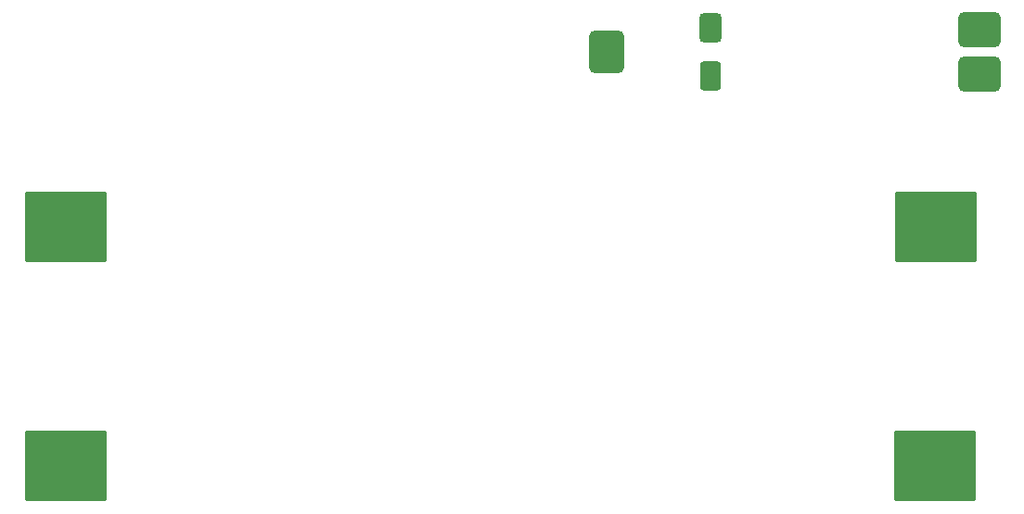
<source format=gbr>
%TF.GenerationSoftware,KiCad,Pcbnew,9.0.3*%
%TF.CreationDate,2025-12-24T22:58:54+05:30*%
%TF.ProjectId,snake_pcb_3,736e616b-655f-4706-9362-5f332e6b6963,rev?*%
%TF.SameCoordinates,Original*%
%TF.FileFunction,Paste,Top*%
%TF.FilePolarity,Positive*%
%FSLAX46Y46*%
G04 Gerber Fmt 4.6, Leading zero omitted, Abs format (unit mm)*
G04 Created by KiCad (PCBNEW 9.0.3) date 2025-12-24 22:58:54*
%MOMM*%
%LPD*%
G01*
G04 APERTURE LIST*
G04 Aperture macros list*
%AMRoundRect*
0 Rectangle with rounded corners*
0 $1 Rounding radius*
0 $2 $3 $4 $5 $6 $7 $8 $9 X,Y pos of 4 corners*
0 Add a 4 corners polygon primitive as box body*
4,1,4,$2,$3,$4,$5,$6,$7,$8,$9,$2,$3,0*
0 Add four circle primitives for the rounded corners*
1,1,$1+$1,$2,$3*
1,1,$1+$1,$4,$5*
1,1,$1+$1,$6,$7*
1,1,$1+$1,$8,$9*
0 Add four rect primitives between the rounded corners*
20,1,$1+$1,$2,$3,$4,$5,0*
20,1,$1+$1,$4,$5,$6,$7,0*
20,1,$1+$1,$6,$7,$8,$9,0*
20,1,$1+$1,$8,$9,$2,$3,0*%
G04 Aperture macros list end*
%ADD10RoundRect,0.250003X-3.499997X-2.999997X3.499997X-2.999997X3.499997X2.999997X-3.499997X2.999997X0*%
%ADD11RoundRect,0.480000X1.445000X1.120000X-1.445000X1.120000X-1.445000X-1.120000X1.445000X-1.120000X0*%
%ADD12RoundRect,0.480000X-1.120000X1.445000X-1.120000X-1.445000X1.120000X-1.445000X1.120000X1.445000X0*%
%ADD13RoundRect,0.285750X0.666750X1.031750X-0.666750X1.031750X-0.666750X-1.031750X0.666750X-1.031750X0*%
%ADD14RoundRect,0.292875X0.683375X1.024625X-0.683375X1.024625X-0.683375X-1.024625X0.683375X-1.024625X0*%
%ADD15RoundRect,0.250003X3.499997X2.999997X-3.499997X2.999997X-3.499997X-2.999997X3.499997X-2.999997X0*%
G04 APERTURE END LIST*
D10*
%TO.C,BT1*%
X181400000Y-108600000D03*
X260780000Y-108600000D03*
%TD*%
D11*
%TO.C,U1*%
X264750000Y-94612500D03*
X264750000Y-90612500D03*
D12*
X230750000Y-92612500D03*
D13*
X240250000Y-94795000D03*
D14*
X240226250Y-90430000D03*
%TD*%
D15*
%TO.C,BT2*%
X260740000Y-130500000D03*
X181360000Y-130500000D03*
%TD*%
M02*

</source>
